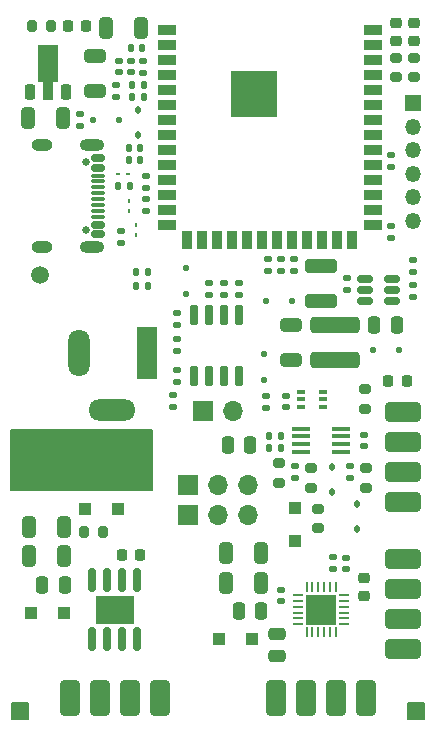
<source format=gbr>
%TF.GenerationSoftware,KiCad,Pcbnew,9.0.4-9.0.4-0~ubuntu24.04.1*%
%TF.CreationDate,2025-09-25T14:42:27+02:00*%
%TF.ProjectId,MCM-81339,4d434d2d-3831-4333-9339-2e6b69636164,rev?*%
%TF.SameCoordinates,Original*%
%TF.FileFunction,Soldermask,Top*%
%TF.FilePolarity,Negative*%
%FSLAX46Y46*%
G04 Gerber Fmt 4.6, Leading zero omitted, Abs format (unit mm)*
G04 Created by KiCad (PCBNEW 9.0.4-9.0.4-0~ubuntu24.04.1) date 2025-09-25 14:42:27*
%MOMM*%
%LPD*%
G01*
G04 APERTURE LIST*
G04 Aperture macros list*
%AMRoundRect*
0 Rectangle with rounded corners*
0 $1 Rounding radius*
0 $2 $3 $4 $5 $6 $7 $8 $9 X,Y pos of 4 corners*
0 Add a 4 corners polygon primitive as box body*
4,1,4,$2,$3,$4,$5,$6,$7,$8,$9,$2,$3,0*
0 Add four circle primitives for the rounded corners*
1,1,$1+$1,$2,$3*
1,1,$1+$1,$4,$5*
1,1,$1+$1,$6,$7*
1,1,$1+$1,$8,$9*
0 Add four rect primitives between the rounded corners*
20,1,$1+$1,$2,$3,$4,$5,0*
20,1,$1+$1,$4,$5,$6,$7,0*
20,1,$1+$1,$6,$7,$8,$9,0*
20,1,$1+$1,$8,$9,$2,$3,0*%
%AMFreePoly0*
4,1,9,3.862500,-0.866500,0.737500,-0.866500,0.737500,-0.450000,-0.737500,-0.450000,-0.737500,0.450000,0.737500,0.450000,0.737500,0.866500,3.862500,0.866500,3.862500,-0.866500,3.862500,-0.866500,$1*%
G04 Aperture macros list end*
%ADD10C,0.150000*%
%ADD11RoundRect,0.140000X-0.170000X0.140000X-0.170000X-0.140000X0.170000X-0.140000X0.170000X0.140000X0*%
%ADD12RoundRect,0.150000X0.150000X-0.825000X0.150000X0.825000X-0.150000X0.825000X-0.150000X-0.825000X0*%
%ADD13R,3.300000X2.410000*%
%ADD14RoundRect,0.112500X-0.112500X0.187500X-0.112500X-0.187500X0.112500X-0.187500X0.112500X0.187500X0*%
%ADD15RoundRect,0.135000X-0.185000X0.135000X-0.185000X-0.135000X0.185000X-0.135000X0.185000X0.135000X0*%
%ADD16RoundRect,0.250000X0.325000X0.650000X-0.325000X0.650000X-0.325000X-0.650000X0.325000X-0.650000X0*%
%ADD17RoundRect,0.200000X-0.275000X0.200000X-0.275000X-0.200000X0.275000X-0.200000X0.275000X0.200000X0*%
%ADD18RoundRect,0.250000X0.300000X0.300000X-0.300000X0.300000X-0.300000X-0.300000X0.300000X-0.300000X0*%
%ADD19RoundRect,0.250000X-0.475000X0.250000X-0.475000X-0.250000X0.475000X-0.250000X0.475000X0.250000X0*%
%ADD20RoundRect,0.218750X-0.256250X0.218750X-0.256250X-0.218750X0.256250X-0.218750X0.256250X0.218750X0*%
%ADD21RoundRect,0.218750X0.218750X0.256250X-0.218750X0.256250X-0.218750X-0.256250X0.218750X-0.256250X0*%
%ADD22RoundRect,0.135000X0.135000X0.185000X-0.135000X0.185000X-0.135000X-0.185000X0.135000X-0.185000X0*%
%ADD23RoundRect,0.425000X1.125000X0.425000X-1.125000X0.425000X-1.125000X-0.425000X1.125000X-0.425000X0*%
%ADD24RoundRect,0.250000X-0.300000X-0.300000X0.300000X-0.300000X0.300000X0.300000X-0.300000X0.300000X0*%
%ADD25RoundRect,0.135000X-0.135000X-0.185000X0.135000X-0.185000X0.135000X0.185000X-0.135000X0.185000X0*%
%ADD26R,1.700000X1.700000*%
%ADD27O,1.700000X1.700000*%
%ADD28RoundRect,0.425000X-1.125000X-0.425000X1.125000X-0.425000X1.125000X0.425000X-1.125000X0.425000X0*%
%ADD29RoundRect,0.125000X0.125000X0.125000X-0.125000X0.125000X-0.125000X-0.125000X0.125000X-0.125000X0*%
%ADD30R,1.350000X1.350000*%
%ADD31O,1.350000X1.350000*%
%ADD32RoundRect,0.140000X-0.140000X-0.170000X0.140000X-0.170000X0.140000X0.170000X-0.140000X0.170000X0*%
%ADD33RoundRect,0.250000X-0.250000X-0.475000X0.250000X-0.475000X0.250000X0.475000X-0.250000X0.475000X0*%
%ADD34RoundRect,0.135000X0.185000X-0.135000X0.185000X0.135000X-0.185000X0.135000X-0.185000X-0.135000X0*%
%ADD35RoundRect,0.140000X0.170000X-0.140000X0.170000X0.140000X-0.170000X0.140000X-0.170000X-0.140000X0*%
%ADD36C,1.500000*%
%ADD37RoundRect,0.140000X0.140000X0.170000X-0.140000X0.170000X-0.140000X-0.170000X0.140000X-0.170000X0*%
%ADD38RoundRect,0.225000X0.225000X-0.425000X0.225000X0.425000X-0.225000X0.425000X-0.225000X-0.425000X0*%
%ADD39FreePoly0,90.000000*%
%ADD40RoundRect,0.250000X0.300000X-0.300000X0.300000X0.300000X-0.300000X0.300000X-0.300000X-0.300000X0*%
%ADD41RoundRect,0.200000X0.200000X0.275000X-0.200000X0.275000X-0.200000X-0.275000X0.200000X-0.275000X0*%
%ADD42R,1.500000X0.900000*%
%ADD43R,0.900000X1.500000*%
%ADD44R,4.000000X4.000000*%
%ADD45C,0.650000*%
%ADD46RoundRect,0.150000X-0.425000X0.150000X-0.425000X-0.150000X0.425000X-0.150000X0.425000X0.150000X0*%
%ADD47RoundRect,0.075000X-0.500000X0.075000X-0.500000X-0.075000X0.500000X-0.075000X0.500000X0.075000X0*%
%ADD48O,2.100000X1.000000*%
%ADD49O,1.800000X1.000000*%
%ADD50RoundRect,0.125000X-0.125000X0.125000X-0.125000X-0.125000X0.125000X-0.125000X0.125000X0.125000X0*%
%ADD51RoundRect,0.062500X0.062500X-0.350000X0.062500X0.350000X-0.062500X0.350000X-0.062500X-0.350000X0*%
%ADD52RoundRect,0.062500X0.350000X-0.062500X0.350000X0.062500X-0.350000X0.062500X-0.350000X-0.062500X0*%
%ADD53R,2.600000X2.600000*%
%ADD54RoundRect,0.425000X-0.425000X1.125000X-0.425000X-1.125000X0.425000X-1.125000X0.425000X1.125000X0*%
%ADD55RoundRect,0.112500X0.112500X-0.187500X0.112500X0.187500X-0.112500X0.187500X-0.112500X-0.187500X0*%
%ADD56RoundRect,0.125000X0.125000X-0.125000X0.125000X0.125000X-0.125000X0.125000X-0.125000X-0.125000X0*%
%ADD57RoundRect,0.125000X-0.125000X-0.125000X0.125000X-0.125000X0.125000X0.125000X-0.125000X0.125000X0*%
%ADD58RoundRect,0.250000X0.250000X0.475000X-0.250000X0.475000X-0.250000X-0.475000X0.250000X-0.475000X0*%
%ADD59RoundRect,0.150000X-0.150000X0.725000X-0.150000X-0.725000X0.150000X-0.725000X0.150000X0.725000X0*%
%ADD60RoundRect,0.225000X-0.225000X-0.250000X0.225000X-0.250000X0.225000X0.250000X-0.225000X0.250000X0*%
%ADD61RoundRect,0.062500X0.117500X0.062500X-0.117500X0.062500X-0.117500X-0.062500X0.117500X-0.062500X0*%
%ADD62RoundRect,0.250000X0.650000X-0.325000X0.650000X0.325000X-0.650000X0.325000X-0.650000X-0.325000X0*%
%ADD63RoundRect,0.100000X-0.225000X-0.100000X0.225000X-0.100000X0.225000X0.100000X-0.225000X0.100000X0*%
%ADD64RoundRect,0.225000X0.250000X-0.225000X0.250000X0.225000X-0.250000X0.225000X-0.250000X-0.225000X0*%
%ADD65RoundRect,0.062500X0.062500X-0.117500X0.062500X0.117500X-0.062500X0.117500X-0.062500X-0.117500X0*%
%ADD66RoundRect,0.350000X-1.750000X-0.350000X1.750000X-0.350000X1.750000X0.350000X-1.750000X0.350000X0*%
%ADD67RoundRect,0.062500X-0.062500X0.117500X-0.062500X-0.117500X0.062500X-0.117500X0.062500X0.117500X0*%
%ADD68RoundRect,0.150000X0.512500X0.150000X-0.512500X0.150000X-0.512500X-0.150000X0.512500X-0.150000X0*%
%ADD69R,1.600000X0.300000*%
%ADD70R,1.800000X4.400000*%
%ADD71O,1.800000X4.000000*%
%ADD72O,4.000000X1.800000*%
%ADD73RoundRect,0.250000X1.100000X-0.325000X1.100000X0.325000X-1.100000X0.325000X-1.100000X-0.325000X0*%
G04 APERTURE END LIST*
D10*
X61075000Y-102875000D02*
X62425000Y-102875000D01*
X62425000Y-104225000D01*
X61075000Y-104225000D01*
X61075000Y-102875000D01*
G36*
X61075000Y-102875000D02*
G01*
X62425000Y-102875000D01*
X62425000Y-104225000D01*
X61075000Y-104225000D01*
X61075000Y-102875000D01*
G37*
X94575000Y-102875000D02*
X95925000Y-102875000D01*
X95925000Y-104225000D01*
X94575000Y-104225000D01*
X94575000Y-102875000D01*
G36*
X94575000Y-102875000D02*
G01*
X95925000Y-102875000D01*
X95925000Y-104225000D01*
X94575000Y-104225000D01*
X94575000Y-102875000D01*
G37*
X61000000Y-79800000D02*
X72900000Y-79800000D01*
X72900000Y-84900000D01*
X61000000Y-84900000D01*
X61000000Y-79800000D01*
G36*
X61000000Y-79800000D02*
G01*
X72900000Y-79800000D01*
X72900000Y-84900000D01*
X61000000Y-84900000D01*
X61000000Y-79800000D01*
G37*
D11*
%TO.C,C8*%
X90850000Y-80195000D03*
X90850000Y-81155000D03*
%TD*%
D12*
%TO.C,U8*%
X67845000Y-97475000D03*
X69115000Y-97475000D03*
X70385000Y-97475000D03*
X71655000Y-97475000D03*
X71655000Y-92525000D03*
X70385000Y-92525000D03*
X69115000Y-92525000D03*
X67845000Y-92525000D03*
D13*
X69750000Y-95000000D03*
%TD*%
D14*
%TO.C,D4*%
X71729600Y-52696400D03*
X71729600Y-54796400D03*
%TD*%
D15*
%TO.C,R4*%
X94996000Y-67490000D03*
X94996000Y-68510000D03*
%TD*%
D16*
%TO.C,C21*%
X82150000Y-90200000D03*
X79200000Y-90200000D03*
%TD*%
D17*
%TO.C,R18*%
X83667600Y-82625000D03*
X83667600Y-84275000D03*
%TD*%
D18*
%TO.C,D17*%
X65450000Y-95250000D03*
X62650000Y-95250000D03*
%TD*%
D19*
%TO.C,C23*%
X83500000Y-97050000D03*
X83500000Y-98950000D03*
%TD*%
D20*
%TO.C,D10*%
X93573600Y-45312500D03*
X93573600Y-46887500D03*
%TD*%
D21*
%TO.C,D1*%
X67360900Y-45593000D03*
X65785900Y-45593000D03*
%TD*%
D15*
%TO.C,R3*%
X93167200Y-56538400D03*
X93167200Y-57558400D03*
%TD*%
D22*
%TO.C,R24*%
X72610000Y-67600000D03*
X71590000Y-67600000D03*
%TD*%
D23*
%TO.C,J1*%
X94200000Y-98300000D03*
X94200000Y-95760000D03*
X94200000Y-93220000D03*
X94200000Y-90680000D03*
%TD*%
D24*
%TO.C,D15*%
X67250000Y-86450000D03*
X70050000Y-86450000D03*
%TD*%
D17*
%TO.C,R30*%
X91025000Y-83050000D03*
X91025000Y-84700000D03*
%TD*%
D15*
%TO.C,R27*%
X72425000Y-60215000D03*
X72425000Y-61235000D03*
%TD*%
D17*
%TO.C,R29*%
X87000000Y-86475000D03*
X87000000Y-88125000D03*
%TD*%
D25*
%TO.C,R20*%
X82808000Y-80340000D03*
X83828000Y-80340000D03*
%TD*%
D26*
%TO.C,J6*%
X75960000Y-84460000D03*
D27*
X78500000Y-84460000D03*
X81040000Y-84460000D03*
%TD*%
D28*
%TO.C,J4*%
X94200000Y-78300000D03*
X94200000Y-80840000D03*
X94200000Y-83380000D03*
X94200000Y-85920000D03*
%TD*%
D29*
%TO.C,D9*%
X84800000Y-68850000D03*
X82600000Y-68850000D03*
%TD*%
D30*
%TO.C,J3*%
X95000000Y-52100000D03*
D31*
X95000000Y-54100000D03*
X95000000Y-56100000D03*
X95000000Y-58100000D03*
X95000000Y-60100000D03*
X95000000Y-62100000D03*
%TD*%
D25*
%TO.C,R41*%
X70040000Y-59175000D03*
X71060000Y-59175000D03*
%TD*%
D32*
%TO.C,C4*%
X70945000Y-55880000D03*
X71905000Y-55880000D03*
%TD*%
D33*
%TO.C,C18*%
X79350000Y-81100000D03*
X81250000Y-81100000D03*
%TD*%
D34*
%TO.C,R16*%
X89700000Y-83835000D03*
X89700000Y-82815000D03*
%TD*%
D15*
%TO.C,R13*%
X93167200Y-62482000D03*
X93167200Y-63502000D03*
%TD*%
D35*
%TO.C,C17*%
X70104000Y-49502000D03*
X70104000Y-48542000D03*
%TD*%
D25*
%TO.C,R25*%
X71590000Y-66450000D03*
X72610000Y-66450000D03*
%TD*%
D36*
%TO.C,FID1*%
X63400000Y-66700000D03*
%TD*%
D37*
%TO.C,C13*%
X72108000Y-47490000D03*
X71148000Y-47490000D03*
%TD*%
D38*
%TO.C,U1*%
X62609600Y-51175200D03*
D39*
X64109600Y-51087700D03*
D38*
X65609600Y-51175200D03*
%TD*%
D34*
%TO.C,R22*%
X74701400Y-77853000D03*
X74701400Y-76833000D03*
%TD*%
D40*
%TO.C,D14*%
X85000000Y-89175000D03*
X85000000Y-86375000D03*
%TD*%
D41*
%TO.C,R1*%
X64375800Y-45600000D03*
X62725800Y-45600000D03*
%TD*%
D36*
%TO.C,FID2*%
X95250000Y-103550000D03*
%TD*%
D42*
%TO.C,U5*%
X74150000Y-45958000D03*
X74150000Y-47228000D03*
X74150000Y-48498000D03*
X74150000Y-49768000D03*
X74150000Y-51038000D03*
X74150000Y-52308000D03*
X74150000Y-53578000D03*
X74150000Y-54848000D03*
X74150000Y-56118000D03*
X74150000Y-57388000D03*
X74150000Y-58658000D03*
X74150000Y-59928000D03*
X74150000Y-61198000D03*
X74150000Y-62468000D03*
D43*
X75915000Y-63718000D03*
X77185000Y-63718000D03*
X78455000Y-63718000D03*
X79725000Y-63718000D03*
X80995000Y-63718000D03*
X82265000Y-63718000D03*
X83535000Y-63718000D03*
X84805000Y-63718000D03*
X86075000Y-63718000D03*
X87345000Y-63718000D03*
X88615000Y-63718000D03*
X89885000Y-63718000D03*
D42*
X91650000Y-62468000D03*
X91650000Y-61198000D03*
X91650000Y-59928000D03*
X91650000Y-58658000D03*
X91650000Y-57388000D03*
X91650000Y-56118000D03*
X91650000Y-54848000D03*
X91650000Y-53578000D03*
X91650000Y-52308000D03*
X91650000Y-51038000D03*
X91650000Y-49768000D03*
X91650000Y-48498000D03*
X91650000Y-47228000D03*
X91650000Y-45958000D03*
D44*
X81540000Y-51308000D03*
%TD*%
D15*
%TO.C,R11*%
X72136000Y-48512000D03*
X72136000Y-49532000D03*
%TD*%
D45*
%TO.C,J5*%
X67305000Y-57110000D03*
X67305000Y-62890000D03*
D46*
X68380000Y-56800000D03*
X68380000Y-57600000D03*
D47*
X68380000Y-58750000D03*
X68380000Y-59750000D03*
X68380000Y-60250000D03*
X68380000Y-61250000D03*
D46*
X68380000Y-62400000D03*
X68380000Y-63200000D03*
X68380000Y-63200000D03*
X68380000Y-62400000D03*
D47*
X68380000Y-61750000D03*
X68380000Y-60750000D03*
X68380000Y-59250000D03*
X68380000Y-58250000D03*
D46*
X68380000Y-57600000D03*
X68380000Y-56800000D03*
D48*
X67805000Y-55680000D03*
D49*
X63625000Y-55680000D03*
D48*
X67805000Y-64320000D03*
D49*
X63625000Y-64320000D03*
%TD*%
D50*
%TO.C,D5*%
X75800000Y-66050000D03*
X75800000Y-68250000D03*
%TD*%
D51*
%TO.C,U7*%
X86000000Y-96937500D03*
X86500000Y-96937500D03*
X87000000Y-96937500D03*
X87500000Y-96937500D03*
X88000000Y-96937500D03*
X88500000Y-96937500D03*
D52*
X89187500Y-96250000D03*
X89187500Y-95750000D03*
X89187500Y-95250000D03*
X89187500Y-94750000D03*
X89187500Y-94250000D03*
X89187500Y-93750000D03*
D51*
X88500000Y-93062500D03*
X88000000Y-93062500D03*
X87500000Y-93062500D03*
X87000000Y-93062500D03*
X86500000Y-93062500D03*
X86000000Y-93062500D03*
D52*
X85312500Y-93750000D03*
X85312500Y-94250000D03*
X85312500Y-94750000D03*
X85312500Y-95250000D03*
X85312500Y-95750000D03*
X85312500Y-96250000D03*
D53*
X87250000Y-95000000D03*
%TD*%
D54*
%TO.C,J8*%
X91060000Y-102500000D03*
X88520000Y-102500000D03*
X85980000Y-102500000D03*
X83440000Y-102500000D03*
%TD*%
D26*
%TO.C,J7*%
X75960000Y-87000000D03*
D27*
X78500000Y-87000000D03*
X81040000Y-87000000D03*
%TD*%
D37*
%TO.C,C5*%
X83798000Y-81356000D03*
X82838000Y-81356000D03*
%TD*%
D15*
%TO.C,R35*%
X88250000Y-90565000D03*
X88250000Y-91585000D03*
%TD*%
D55*
%TO.C,D19*%
X88150000Y-85050000D03*
X88150000Y-82950000D03*
%TD*%
D16*
%TO.C,C15*%
X71985400Y-45720000D03*
X69035400Y-45720000D03*
%TD*%
D17*
%TO.C,R17*%
X95100000Y-48260000D03*
X95100000Y-49910000D03*
%TD*%
D15*
%TO.C,R10*%
X75031600Y-72085200D03*
X75031600Y-73105200D03*
%TD*%
D26*
%TO.C,J2*%
X77230000Y-78227102D03*
D27*
X79770000Y-78227102D03*
%TD*%
D15*
%TO.C,R33*%
X83800000Y-65340000D03*
X83800000Y-66360000D03*
%TD*%
D18*
%TO.C,D16*%
X81400000Y-97450000D03*
X78600000Y-97450000D03*
%TD*%
D15*
%TO.C,R21*%
X82600000Y-76890000D03*
X82600000Y-77910000D03*
%TD*%
D56*
%TO.C,D3*%
X82372200Y-75572800D03*
X82372200Y-73372800D03*
%TD*%
D15*
%TO.C,R32*%
X82700000Y-65340000D03*
X82700000Y-66360000D03*
%TD*%
D17*
%TO.C,R28*%
X86375000Y-83050000D03*
X86375000Y-84700000D03*
%TD*%
D15*
%TO.C,R8*%
X79044800Y-67331400D03*
X79044800Y-68351400D03*
%TD*%
D34*
%TO.C,R15*%
X85025000Y-83860000D03*
X85025000Y-82840000D03*
%TD*%
D57*
%TO.C,D2*%
X91610000Y-73001200D03*
X93810000Y-73001200D03*
%TD*%
D35*
%TO.C,C2*%
X69850000Y-51584800D03*
X69850000Y-50624800D03*
%TD*%
D32*
%TO.C,C11*%
X70945000Y-56896000D03*
X71905000Y-56896000D03*
%TD*%
D34*
%TO.C,R23*%
X75031600Y-75770200D03*
X75031600Y-74750200D03*
%TD*%
D15*
%TO.C,R5*%
X94996000Y-65390000D03*
X94996000Y-66410000D03*
%TD*%
D58*
%TO.C,C7*%
X93650000Y-70900000D03*
X91750000Y-70900000D03*
%TD*%
D59*
%TO.C,U4*%
X80289400Y-70094400D03*
X79019400Y-70094400D03*
X77749400Y-70094400D03*
X76479400Y-70094400D03*
X76479400Y-75244400D03*
X77749400Y-75244400D03*
X79019400Y-75244400D03*
X80289400Y-75244400D03*
%TD*%
D60*
%TO.C,C27*%
X70370400Y-90398600D03*
X71920400Y-90398600D03*
%TD*%
D36*
%TO.C,FID3*%
X61750000Y-103550000D03*
%TD*%
D20*
%TO.C,D7*%
X95100000Y-45312500D03*
X95100000Y-46887500D03*
%TD*%
D15*
%TO.C,R7*%
X80294800Y-67331400D03*
X80294800Y-68351400D03*
%TD*%
%TO.C,R9*%
X75031600Y-69898298D03*
X75031600Y-70918298D03*
%TD*%
D16*
%TO.C,C9*%
X65381400Y-53340000D03*
X62431400Y-53340000D03*
%TD*%
D61*
%TO.C,D13*%
X70077500Y-58100000D03*
X70917500Y-58100000D03*
%TD*%
D62*
%TO.C,C3*%
X68122800Y-51106600D03*
X68122800Y-48156600D03*
%TD*%
D54*
%TO.C,J9*%
X73560000Y-102500000D03*
X71020000Y-102500000D03*
X68480000Y-102500000D03*
X65940000Y-102500000D03*
%TD*%
D11*
%TO.C,C6*%
X66852800Y-53063200D03*
X66852800Y-54023200D03*
%TD*%
D63*
%TO.C,U6*%
X85501400Y-76551000D03*
X85501400Y-77201000D03*
X85501400Y-77851000D03*
X87401400Y-77851000D03*
X87401400Y-77201000D03*
X87401400Y-76551000D03*
%TD*%
D15*
%TO.C,R12*%
X77744800Y-67344298D03*
X77744800Y-68364298D03*
%TD*%
D22*
%TO.C,R6*%
X72239600Y-51562000D03*
X71219600Y-51562000D03*
%TD*%
D15*
%TO.C,R34*%
X84900000Y-65340000D03*
X84900000Y-66360000D03*
%TD*%
D64*
%TO.C,C22*%
X90900000Y-93875000D03*
X90900000Y-92325000D03*
%TD*%
D65*
%TO.C,D11*%
X71525000Y-62430000D03*
X71525000Y-63270000D03*
%TD*%
D17*
%TO.C,R19*%
X93573600Y-48260000D03*
X93573600Y-49910000D03*
%TD*%
D16*
%TO.C,C20*%
X65475000Y-87975000D03*
X62525000Y-87975000D03*
%TD*%
D66*
%TO.C,L1*%
X88417400Y-70900000D03*
X88417400Y-73900000D03*
%TD*%
D37*
%TO.C,C12*%
X72209600Y-50546000D03*
X71249600Y-50546000D03*
%TD*%
D67*
%TO.C,D12*%
X70993000Y-61278400D03*
X70993000Y-60438400D03*
%TD*%
D21*
%TO.C,D6*%
X94467500Y-75630000D03*
X92892500Y-75630000D03*
%TD*%
D35*
%TO.C,C25*%
X83800000Y-94280000D03*
X83800000Y-93320000D03*
%TD*%
D15*
%TO.C,R2*%
X89408000Y-66903200D03*
X89408000Y-67923200D03*
%TD*%
D68*
%TO.C,U2*%
X93212500Y-68871200D03*
X93212500Y-67921200D03*
X93212500Y-66971200D03*
X90937500Y-66971200D03*
X90937500Y-67921200D03*
X90937500Y-68871200D03*
%TD*%
D14*
%TO.C,D18*%
X90250000Y-86050000D03*
X90250000Y-88150000D03*
%TD*%
D62*
%TO.C,C10*%
X84709000Y-73865000D03*
X84709000Y-70915000D03*
%TD*%
D58*
%TO.C,C28*%
X65516800Y-92900000D03*
X63616800Y-92900000D03*
%TD*%
D41*
%TO.C,R31*%
X68775000Y-88450000D03*
X67125000Y-88450000D03*
%TD*%
D16*
%TO.C,C19*%
X82150000Y-92750000D03*
X79200000Y-92750000D03*
%TD*%
D69*
%TO.C,U3*%
X88927000Y-81625000D03*
X88927000Y-80975000D03*
X88927000Y-80325000D03*
X88927000Y-79675000D03*
X85527000Y-79675000D03*
X85527000Y-80325000D03*
X85527000Y-80975000D03*
X85527000Y-81625000D03*
%TD*%
D35*
%TO.C,C29*%
X89300000Y-91555000D03*
X89300000Y-90595000D03*
%TD*%
D15*
%TO.C,R26*%
X72425000Y-58290000D03*
X72425000Y-59310000D03*
%TD*%
D11*
%TO.C,C16*%
X71120000Y-48542000D03*
X71120000Y-49502000D03*
%TD*%
%TO.C,C14*%
X84301400Y-76921000D03*
X84301400Y-77881000D03*
%TD*%
D70*
%TO.C,J10*%
X72500000Y-73300000D03*
D71*
X66700000Y-73300000D03*
D72*
X69500000Y-78100000D03*
%TD*%
D15*
%TO.C,R42*%
X70300000Y-62915000D03*
X70300000Y-63935000D03*
%TD*%
D57*
%TO.C,D8*%
X67937200Y-53543200D03*
X70137200Y-53543200D03*
%TD*%
D17*
%TO.C,R14*%
X90960000Y-76355000D03*
X90960000Y-78005000D03*
%TD*%
D73*
%TO.C,C1*%
X87200000Y-68875000D03*
X87200000Y-65925000D03*
%TD*%
D58*
%TO.C,C24*%
X82150000Y-95100000D03*
X80250000Y-95100000D03*
%TD*%
D16*
%TO.C,C26*%
X65475000Y-90500000D03*
X62525000Y-90500000D03*
%TD*%
M02*

</source>
